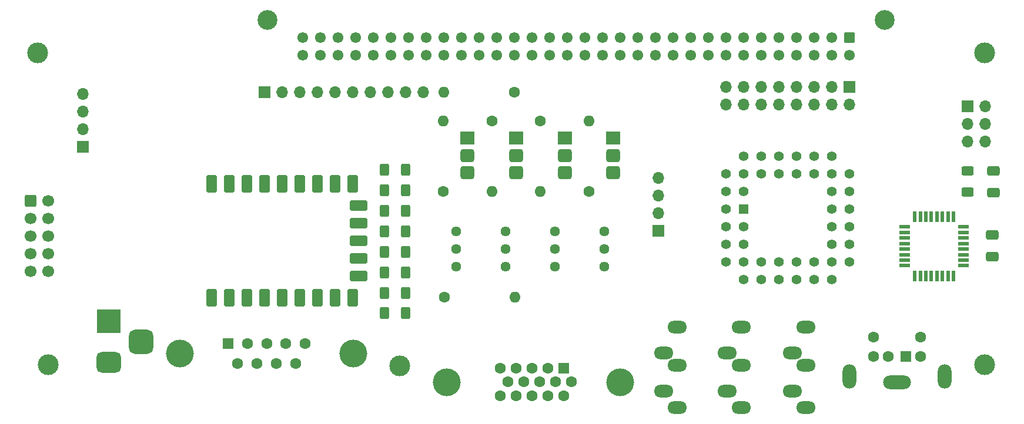
<source format=gbr>
%TF.GenerationSoftware,KiCad,Pcbnew,7.0.10-148-g62bb553460*%
%TF.CreationDate,2024-09-04T12:39:10+03:00*%
%TF.ProjectId,Pentagon128_InterfaceBoard,50656e74-6167-46f6-9e31-32385f496e74,rev?*%
%TF.SameCoordinates,Original*%
%TF.FileFunction,Soldermask,Top*%
%TF.FilePolarity,Negative*%
%FSLAX46Y46*%
G04 Gerber Fmt 4.6, Leading zero omitted, Abs format (unit mm)*
G04 Created by KiCad (PCBNEW 7.0.10-148-g62bb553460) date 2024-09-04 12:39:10*
%MOMM*%
%LPD*%
G01*
G04 APERTURE LIST*
G04 Aperture macros list*
%AMRoundRect*
0 Rectangle with rounded corners*
0 $1 Rounding radius*
0 $2 $3 $4 $5 $6 $7 $8 $9 X,Y pos of 4 corners*
0 Add a 4 corners polygon primitive as box body*
4,1,4,$2,$3,$4,$5,$6,$7,$8,$9,$2,$3,0*
0 Add four circle primitives for the rounded corners*
1,1,$1+$1,$2,$3*
1,1,$1+$1,$4,$5*
1,1,$1+$1,$6,$7*
1,1,$1+$1,$8,$9*
0 Add four rect primitives between the rounded corners*
20,1,$1+$1,$2,$3,$4,$5,0*
20,1,$1+$1,$4,$5,$6,$7,0*
20,1,$1+$1,$6,$7,$8,$9,0*
20,1,$1+$1,$8,$9,$2,$3,0*%
G04 Aperture macros list end*
%ADD10RoundRect,0.250000X0.400000X0.625000X-0.400000X0.625000X-0.400000X-0.625000X0.400000X-0.625000X0*%
%ADD11C,3.000000*%
%ADD12C,1.600000*%
%ADD13O,1.600000X1.600000*%
%ADD14R,1.422400X1.422400*%
%ADD15C,1.422400*%
%ADD16R,2.000000X1.850000*%
%ADD17RoundRect,0.370000X-0.630000X0.555000X-0.630000X-0.555000X0.630000X-0.555000X0.630000X0.555000X0*%
%ADD18RoundRect,0.250000X-0.600000X-0.600000X0.600000X-0.600000X0.600000X0.600000X-0.600000X0.600000X0*%
%ADD19C,1.700000*%
%ADD20R,1.700000X1.700000*%
%ADD21O,1.700000X1.700000*%
%ADD22O,2.800000X1.800000*%
%ADD23RoundRect,0.250000X-0.625000X0.400000X-0.625000X-0.400000X0.625000X-0.400000X0.625000X0.400000X0*%
%ADD24C,1.440000*%
%ADD25R,1.600000X0.550000*%
%ADD26R,0.550000X1.600000*%
%ADD27R,1.600000X1.600000*%
%ADD28O,2.000000X3.500000*%
%ADD29O,4.000000X2.000000*%
%ADD30C,4.000000*%
%ADD31RoundRect,0.400000X0.400000X-0.900000X0.400000X0.900000X-0.400000X0.900000X-0.400000X-0.900000X0*%
%ADD32RoundRect,0.400050X0.400050X-0.899950X0.400050X0.899950X-0.400050X0.899950X-0.400050X-0.899950X0*%
%ADD33RoundRect,0.400000X0.900000X-0.400000X0.900000X0.400000X-0.900000X0.400000X-0.900000X-0.400000X0*%
%ADD34RoundRect,0.393700X0.906300X-0.393700X0.906300X0.393700X-0.906300X0.393700X-0.906300X-0.393700X0*%
%ADD35R,3.500000X3.500000*%
%ADD36RoundRect,0.750000X1.000000X-0.750000X1.000000X0.750000X-1.000000X0.750000X-1.000000X-0.750000X0*%
%ADD37RoundRect,0.875000X0.875000X-0.875000X0.875000X0.875000X-0.875000X0.875000X-0.875000X-0.875000X0*%
%ADD38RoundRect,0.250000X-0.650000X0.412500X-0.650000X-0.412500X0.650000X-0.412500X0.650000X0.412500X0*%
%ADD39C,2.850000*%
%ADD40RoundRect,0.249999X0.525001X0.525001X-0.525001X0.525001X-0.525001X-0.525001X0.525001X-0.525001X0*%
%ADD41C,1.550000*%
G04 APERTURE END LIST*
D10*
%TO.C,R8*%
X113750000Y-103350000D03*
X110650000Y-103350000D03*
%TD*%
D11*
%TO.C,REF\u002A\u002A*%
X62210000Y-110775000D03*
%TD*%
D12*
%TO.C,R2*%
X119320000Y-101000000D03*
D13*
X129480000Y-101000000D03*
%TD*%
D12*
%TO.C,R4*%
X119100000Y-85780000D03*
D13*
X119100000Y-75620000D03*
%TD*%
D14*
%TO.C,U1*%
X162440000Y-88360000D03*
D15*
X159900000Y-90900000D03*
X162440000Y-90900000D03*
X159900000Y-93440000D03*
X162440000Y-93440000D03*
X159900000Y-95980000D03*
X162440000Y-98520000D03*
X162440000Y-95980000D03*
X164980000Y-98520000D03*
X164980000Y-95980000D03*
X167520000Y-98520000D03*
X167520000Y-95980000D03*
X170060000Y-98520000D03*
X170060000Y-95980000D03*
X172600000Y-98520000D03*
X172600000Y-95980000D03*
X175140000Y-98520000D03*
X177680000Y-95980000D03*
X175140000Y-95980000D03*
X177680000Y-93440000D03*
X175140000Y-93440000D03*
X177680000Y-90900000D03*
X175140000Y-90900000D03*
X177680000Y-88360000D03*
X175140000Y-88360000D03*
X177680000Y-85820000D03*
X175140000Y-85820000D03*
X177680000Y-83280000D03*
X175140000Y-80740000D03*
X175140000Y-83280000D03*
X172600000Y-80740000D03*
X172600000Y-83280000D03*
X170060000Y-80740000D03*
X170060000Y-83280000D03*
X167520000Y-80740000D03*
X167520000Y-83280000D03*
X164980000Y-80740000D03*
X164980000Y-83280000D03*
X162440000Y-80740000D03*
X159900000Y-83280000D03*
X162440000Y-83280000D03*
X159900000Y-85820000D03*
X162440000Y-85820000D03*
X159900000Y-88360000D03*
%TD*%
D16*
%TO.C,Q2*%
X143645000Y-78100000D03*
D17*
X143645000Y-80600000D03*
X143645000Y-83100000D03*
%TD*%
D10*
%TO.C,R13*%
X113750000Y-88600000D03*
X110650000Y-88600000D03*
%TD*%
%TO.C,R11*%
X113750000Y-94500000D03*
X110650000Y-94500000D03*
%TD*%
D18*
%TO.C,J4*%
X59660000Y-87120000D03*
D19*
X62200000Y-87120000D03*
X59660000Y-89660000D03*
X62200000Y-89660000D03*
X59660000Y-92200000D03*
X62200000Y-92200000D03*
X59660000Y-94740000D03*
X62200000Y-94740000D03*
X59660000Y-97280000D03*
X62200000Y-97280000D03*
%TD*%
D20*
%TO.C,J15*%
X93420000Y-71500000D03*
D21*
X95960000Y-71500000D03*
X98500000Y-71500000D03*
X101040000Y-71500000D03*
X103580000Y-71500000D03*
X106120000Y-71500000D03*
X108660000Y-71500000D03*
X111200000Y-71500000D03*
X113740000Y-71500000D03*
X116280000Y-71500000D03*
%TD*%
D11*
%TO.C,REF\u002A\u002A*%
X112910000Y-110975000D03*
%TD*%
D22*
%TO.C,J11*%
X160060000Y-109066151D03*
X162060000Y-110866151D03*
X162060000Y-116966151D03*
X160060000Y-114566151D03*
X162060000Y-105366151D03*
%TD*%
D23*
%TO.C,R1*%
X194650000Y-82800000D03*
X194650000Y-85900000D03*
%TD*%
D11*
%TO.C,REF\u002A\u002A*%
X197110000Y-110775000D03*
%TD*%
D22*
%TO.C,J9*%
X150860000Y-109066151D03*
X152860000Y-110866151D03*
X152860000Y-116966151D03*
X150860000Y-114566151D03*
X152860000Y-105366151D03*
%TD*%
%TO.C,J10*%
X169410000Y-109066151D03*
X171410000Y-110866151D03*
X171410000Y-116966151D03*
X169410000Y-114566151D03*
X171410000Y-105366151D03*
%TD*%
D24*
%TO.C,RV3*%
X135200000Y-96600000D03*
X135200000Y-94060000D03*
X135200000Y-91520000D03*
%TD*%
%TO.C,RV4*%
X128100000Y-96600000D03*
X128100000Y-94060000D03*
X128100000Y-91520000D03*
%TD*%
%TO.C,RV1*%
X121000000Y-96600000D03*
X121000000Y-94060000D03*
X121000000Y-91520000D03*
%TD*%
D25*
%TO.C,U2*%
X194100000Y-96500000D03*
X194100000Y-95700000D03*
X194100000Y-94900000D03*
X194100000Y-94100000D03*
X194100000Y-93300000D03*
X194100000Y-92500000D03*
X194100000Y-91700000D03*
X194100000Y-90900000D03*
D26*
X192650000Y-89450000D03*
X191850000Y-89450000D03*
X191050000Y-89450000D03*
X190250000Y-89450000D03*
X189450000Y-89450000D03*
X188650000Y-89450000D03*
X187850000Y-89450000D03*
X187050000Y-89450000D03*
D25*
X185600000Y-90900000D03*
X185600000Y-91700000D03*
X185600000Y-92500000D03*
X185600000Y-93300000D03*
X185600000Y-94100000D03*
X185600000Y-94900000D03*
X185600000Y-95700000D03*
X185600000Y-96500000D03*
D26*
X187050000Y-97950000D03*
X187850000Y-97950000D03*
X188650000Y-97950000D03*
X189450000Y-97950000D03*
X190250000Y-97950000D03*
X191050000Y-97950000D03*
X191850000Y-97950000D03*
X192650000Y-97950000D03*
%TD*%
D27*
%TO.C,J12*%
X185810000Y-109625000D03*
D12*
X183210000Y-109625000D03*
X187910000Y-109625000D03*
X181110000Y-109625000D03*
X187910000Y-106825000D03*
X181110000Y-106825000D03*
D28*
X177660000Y-112475000D03*
D29*
X184510000Y-113275000D03*
D28*
X191360000Y-112475000D03*
%TD*%
D30*
%TO.C,J5*%
X81195000Y-109155000D03*
X106195000Y-109155000D03*
D27*
X88155000Y-107735000D03*
D12*
X90925000Y-107735000D03*
X93695000Y-107735000D03*
X96465000Y-107735000D03*
X99235000Y-107735000D03*
X89540000Y-110575000D03*
X92310000Y-110575000D03*
X95080000Y-110575000D03*
X97850000Y-110575000D03*
%TD*%
D20*
%TO.C,J2*%
X194680000Y-73495000D03*
D21*
X197220000Y-73495000D03*
X194680000Y-76035000D03*
X197220000Y-76035000D03*
X194680000Y-78575000D03*
X197220000Y-78575000D03*
%TD*%
D16*
%TO.C,Q1*%
X122600000Y-78100000D03*
D17*
X122600000Y-80600000D03*
X122600000Y-83100000D03*
%TD*%
D12*
%TO.C,R6*%
X133145000Y-75640000D03*
D13*
X133145000Y-85800000D03*
%TD*%
D16*
%TO.C,Q3*%
X136645000Y-78100000D03*
D17*
X136645000Y-80600000D03*
X136645000Y-83100000D03*
%TD*%
D31*
%TO.C,RZ1*%
X85800000Y-84700000D03*
X88340000Y-84700000D03*
X90880000Y-84700000D03*
X93420000Y-84700000D03*
X95960000Y-84700000D03*
D32*
X98500000Y-84700000D03*
X101040000Y-84700000D03*
X103580000Y-84700000D03*
X106120000Y-84700000D03*
D33*
X106930000Y-87840000D03*
D34*
X106930000Y-90380000D03*
X106930000Y-92920000D03*
X106930000Y-95460000D03*
X106930000Y-98000000D03*
D32*
X106120000Y-101140000D03*
X103580000Y-101140000D03*
X101040000Y-101140000D03*
X98500000Y-101140000D03*
X95960000Y-101140000D03*
X93420000Y-101140000D03*
X90880000Y-101140000D03*
X88340000Y-101140000D03*
X85800000Y-101140000D03*
%TD*%
D20*
%TO.C,J8*%
X150140000Y-91491151D03*
D21*
X150140000Y-88951151D03*
X150140000Y-86411151D03*
X150140000Y-83871151D03*
%TD*%
D10*
%TO.C,R12*%
X113750000Y-91550000D03*
X110650000Y-91550000D03*
%TD*%
D11*
%TO.C,REF\u002A\u002A*%
X60700000Y-65800000D03*
%TD*%
D35*
%TO.C,J14*%
X70942500Y-104475000D03*
D36*
X70942500Y-110475000D03*
D37*
X75642500Y-107475000D03*
%TD*%
D30*
%TO.C,J6*%
X119660000Y-113336151D03*
X144660000Y-113336151D03*
D27*
X136475000Y-111286151D03*
D12*
X134185000Y-111286151D03*
X131895000Y-111286151D03*
X129605000Y-111286151D03*
X127315000Y-111286151D03*
X137620000Y-113266151D03*
X135330000Y-113266151D03*
X133040000Y-113266151D03*
X130750000Y-113266151D03*
X128460000Y-113266151D03*
X136475000Y-115246151D03*
X134185000Y-115246151D03*
X131895000Y-115246151D03*
X129605000Y-115246151D03*
X127315000Y-115246151D03*
%TD*%
D20*
%TO.C,J7*%
X67200000Y-79400000D03*
D21*
X67200000Y-76860000D03*
X67200000Y-74320000D03*
X67200000Y-71780000D03*
%TD*%
D11*
%TO.C,REF\u002A\u002A*%
X197100000Y-65800000D03*
%TD*%
D12*
%TO.C,R5*%
X140145000Y-85800000D03*
D13*
X140145000Y-75640000D03*
%TD*%
D12*
%TO.C,R3*%
X129360000Y-71500000D03*
D13*
X119200000Y-71500000D03*
%TD*%
D16*
%TO.C,Q4*%
X129645000Y-78100000D03*
D17*
X129645000Y-80600000D03*
X129645000Y-83100000D03*
%TD*%
D38*
%TO.C,C2*%
X198200000Y-92075000D03*
X198200000Y-95200000D03*
%TD*%
%TO.C,C1*%
X198400000Y-82837500D03*
X198400000Y-85962500D03*
%TD*%
D10*
%TO.C,R15*%
X113750000Y-82700000D03*
X110650000Y-82700000D03*
%TD*%
%TO.C,R10*%
X113750000Y-97450000D03*
X110650000Y-97450000D03*
%TD*%
D24*
%TO.C,RV2*%
X142300000Y-96640000D03*
X142300000Y-94100000D03*
X142300000Y-91560000D03*
%TD*%
D10*
%TO.C,R9*%
X113750000Y-100400000D03*
X110650000Y-100400000D03*
%TD*%
D20*
%TO.C,J3*%
X177650000Y-70710000D03*
D21*
X177650000Y-73250000D03*
X175110000Y-70710000D03*
X175110000Y-73250000D03*
X172570000Y-70710000D03*
X172570000Y-73250000D03*
X170030000Y-70710000D03*
X170030000Y-73250000D03*
X167490000Y-70710000D03*
X167490000Y-73250000D03*
X164950000Y-70710000D03*
X164950000Y-73250000D03*
X162410000Y-70710000D03*
X162410000Y-73250000D03*
X159870000Y-70710000D03*
X159870000Y-73250000D03*
%TD*%
D12*
%TO.C,R7*%
X126145000Y-75640000D03*
D13*
X126145000Y-85800000D03*
%TD*%
D10*
%TO.C,R14*%
X113750000Y-85650000D03*
X110650000Y-85650000D03*
%TD*%
D39*
%TO.C,J1*%
X182680000Y-61051151D03*
X93780000Y-61051151D03*
D40*
X177600000Y-63591151D03*
D41*
X175060000Y-63591151D03*
X172520000Y-63591151D03*
X169980000Y-63591151D03*
X167440000Y-63591151D03*
X164900000Y-63591151D03*
X162360000Y-63591151D03*
X159820000Y-63591151D03*
X157280000Y-63591151D03*
X154740000Y-63591151D03*
X152200000Y-63591151D03*
X149660000Y-63591151D03*
X147120000Y-63591151D03*
X144580000Y-63591151D03*
X142040000Y-63591151D03*
X139500000Y-63591151D03*
X136960000Y-63591151D03*
X134420000Y-63591151D03*
X131880000Y-63591151D03*
X129340000Y-63591151D03*
X126800000Y-63591151D03*
X124260000Y-63591151D03*
X121720000Y-63591151D03*
X119180000Y-63591151D03*
X116640000Y-63591151D03*
X114100000Y-63591151D03*
X111560000Y-63591151D03*
X109020000Y-63591151D03*
X106480000Y-63591151D03*
X103940000Y-63591151D03*
X101400000Y-63591151D03*
X98860000Y-63591151D03*
X177600000Y-66131151D03*
X175060000Y-66131151D03*
X172520000Y-66131151D03*
X169980000Y-66131151D03*
X167440000Y-66131151D03*
X164900000Y-66131151D03*
X162360000Y-66131151D03*
X159820000Y-66131151D03*
X157280000Y-66131151D03*
X154740000Y-66131151D03*
X152200000Y-66131151D03*
X149660000Y-66131151D03*
X147120000Y-66131151D03*
X144580000Y-66131151D03*
X142040000Y-66131151D03*
X139500000Y-66131151D03*
X136960000Y-66131151D03*
X134420000Y-66131151D03*
X131880000Y-66131151D03*
X129340000Y-66131151D03*
X126800000Y-66131151D03*
X124260000Y-66131151D03*
X121720000Y-66131151D03*
X119180000Y-66131151D03*
X116640000Y-66131151D03*
X114100000Y-66131151D03*
X111560000Y-66131151D03*
X109020000Y-66131151D03*
X106480000Y-66131151D03*
X103940000Y-66131151D03*
X101400000Y-66131151D03*
X98860000Y-66131151D03*
%TD*%
M02*

</source>
